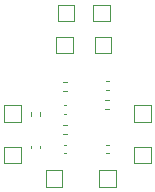
<source format=gto>
%TF.GenerationSoftware,KiCad,Pcbnew,9.0.6*%
%TF.CreationDate,2026-01-01T02:53:18-05:00*%
%TF.ProjectId,Project Resonator Crossover Circuit PCB,50726f6a-6563-4742-9052-65736f6e6174,rev?*%
%TF.SameCoordinates,Original*%
%TF.FileFunction,Legend,Top*%
%TF.FilePolarity,Positive*%
%FSLAX46Y46*%
G04 Gerber Fmt 4.6, Leading zero omitted, Abs format (unit mm)*
G04 Created by KiCad (PCBNEW 9.0.6) date 2026-01-01 02:53:18*
%MOMM*%
%LPD*%
G01*
G04 APERTURE LIST*
%ADD10C,0.120000*%
G04 APERTURE END LIST*
D10*
%TO.C,H2*%
X151800000Y-101300000D02*
X153200000Y-101300000D01*
X151800000Y-102700000D02*
X151800000Y-101300000D01*
X153200000Y-101300000D02*
X153200000Y-102700000D01*
X153200000Y-102700000D02*
X151800000Y-102700000D01*
%TO.C,R6*%
X157099621Y-95795000D02*
X156764379Y-95795000D01*
X157099621Y-96555000D02*
X156764379Y-96555000D01*
%TO.C,R3*%
X160332379Y-97370000D02*
X160667621Y-97370000D01*
X160332379Y-98130000D02*
X160667621Y-98130000D01*
%TO.C,C4*%
X160384165Y-101140000D02*
X160615835Y-101140000D01*
X160384165Y-101860000D02*
X160615835Y-101860000D01*
%TO.C,H8*%
X156300000Y-89300000D02*
X157700000Y-89300000D01*
X156300000Y-90700000D02*
X156300000Y-89300000D01*
X157700000Y-89300000D02*
X157700000Y-90700000D01*
X157700000Y-90700000D02*
X156300000Y-90700000D01*
%TO.C,H4*%
X159828000Y-103300000D02*
X161228000Y-103300000D01*
X159828000Y-104700000D02*
X159828000Y-103300000D01*
X161228000Y-103300000D02*
X161228000Y-104700000D01*
X161228000Y-104700000D02*
X159828000Y-104700000D01*
%TO.C,H1*%
X151800000Y-97800000D02*
X153200000Y-97800000D01*
X151800000Y-99200000D02*
X151800000Y-97800000D01*
X153200000Y-97800000D02*
X153200000Y-99200000D01*
X153200000Y-99200000D02*
X151800000Y-99200000D01*
%TO.C,H9*%
X162800000Y-97800000D02*
X164200000Y-97800000D01*
X162800000Y-99200000D02*
X162800000Y-97800000D01*
X164200000Y-97800000D02*
X164200000Y-99200000D01*
X164200000Y-99200000D02*
X162800000Y-99200000D01*
%TO.C,C2*%
X156809165Y-97790000D02*
X157040835Y-97790000D01*
X156809165Y-98510000D02*
X157040835Y-98510000D01*
%TO.C,R2*%
X156757379Y-99445000D02*
X157092621Y-99445000D01*
X156757379Y-100205000D02*
X157092621Y-100205000D01*
%TO.C,H6*%
X159300000Y-89300000D02*
X160700000Y-89300000D01*
X159300000Y-90700000D02*
X159300000Y-89300000D01*
X160700000Y-89300000D02*
X160700000Y-90700000D01*
X160700000Y-90700000D02*
X159300000Y-90700000D01*
%TO.C,C6*%
X160384165Y-95790000D02*
X160615835Y-95790000D01*
X160384165Y-96510000D02*
X160615835Y-96510000D01*
%TO.C,H10*%
X162800000Y-101300000D02*
X164200000Y-101300000D01*
X162800000Y-102700000D02*
X162800000Y-101300000D01*
X164200000Y-101300000D02*
X164200000Y-102700000D01*
X164200000Y-102700000D02*
X162800000Y-102700000D01*
%TO.C,H5*%
X159450000Y-92010000D02*
X160850000Y-92010000D01*
X159450000Y-93410000D02*
X159450000Y-92010000D01*
X160850000Y-92010000D02*
X160850000Y-93410000D01*
X160850000Y-93410000D02*
X159450000Y-93410000D01*
%TO.C,H3*%
X155300000Y-103300000D02*
X156700000Y-103300000D01*
X155300000Y-104700000D02*
X155300000Y-103300000D01*
X156700000Y-103300000D02*
X156700000Y-104700000D01*
X156700000Y-104700000D02*
X155300000Y-104700000D01*
%TO.C,H7*%
X156200000Y-92010000D02*
X157600000Y-92010000D01*
X156200000Y-93410000D02*
X156200000Y-92010000D01*
X157600000Y-92010000D02*
X157600000Y-93410000D01*
X157600000Y-93410000D02*
X156200000Y-93410000D01*
%TO.C,C5*%
X156816165Y-101140000D02*
X157047835Y-101140000D01*
X156816165Y-101860000D02*
X157047835Y-101860000D01*
%TO.C,C1*%
X154072000Y-101230165D02*
X154072000Y-101461835D01*
X154792000Y-101230165D02*
X154792000Y-101461835D01*
%TO.C,R5*%
X154052000Y-98719621D02*
X154052000Y-98384379D01*
X154812000Y-98719621D02*
X154812000Y-98384379D01*
%TD*%
M02*

</source>
